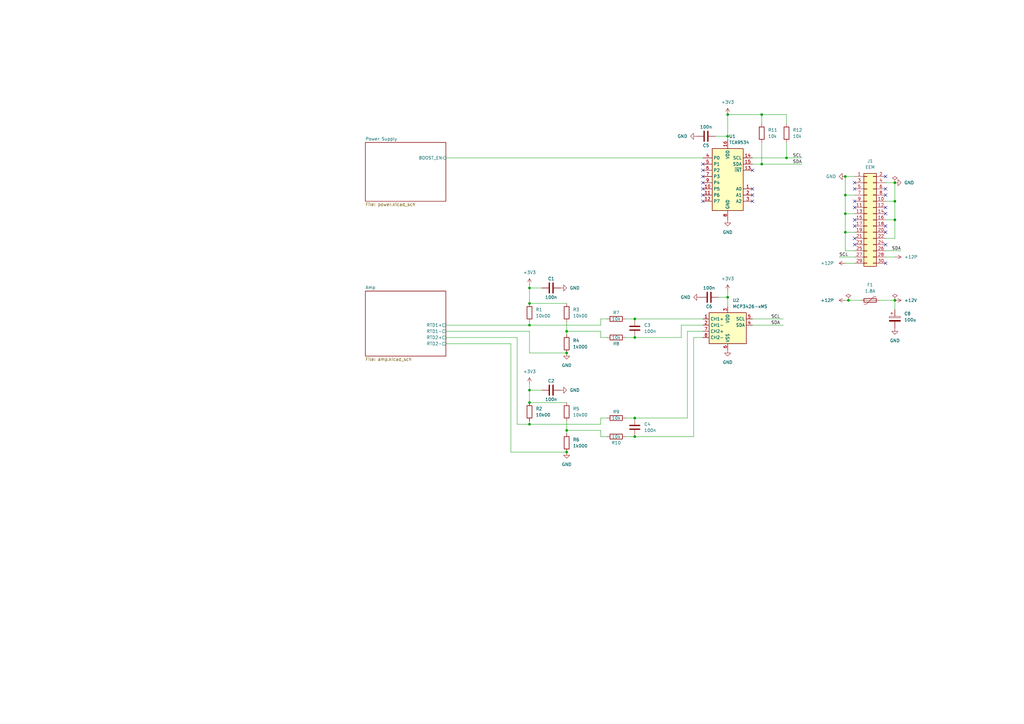
<source format=kicad_sch>
(kicad_sch (version 20211123) (generator eeschema)
  (paper "A3")
  (title_block (title "Usilitel") (date "2022-07-12") (rev "0.1") (company "M-Labs") (comment 1 "Wideband power amplifier") (comment 3 "a.k.a. topquark12") (comment 4 "Alex Wong Tat Hang"))
  (lib_symbols
    (symbol "Analog_ADC:MCP3426-xMS"
      (property "Reference" "U" (at -3.81 8.89 0))
      (property "Value" "MCP3426-xMS" (at 2.54 8.89 0))
      (symbol "MCP3426-xMS_0_1"
        (rectangle (start -7.62 7.62) (end 7.62 -5.08) (stroke (width 0.254)) (fill (type background)))
      )
      (symbol "MCP3426-xMS_1_1"
        (pin input line (at -10.16 5.08 0) (length 2.54) (name "CH1+") (number "1"))
        (pin input line (at -10.16 2.54 0) (length 2.54) (name "CH1-") (number "2"))
        (pin power_in line (at 0 10.16 270) (length 2.54) (name "VDD") (number "3"))
        (pin bidirectional line (at 10.16 2.54 180) (length 2.54) (name "SDA") (number "4"))
        (pin input line (at 10.16 5.08 180) (length 2.54) (name "SCL") (number "5"))
        (pin power_in line (at 0 -7.62 90) (length 2.54) (name "VSS") (number "6"))
        (pin input line (at -10.16 0 0) (length 2.54) (name "CH2+") (number "7"))
        (pin input line (at -10.16 -2.54 0) (length 2.54) (name "CH2-") (number "8"))
      )
    )
    (symbol "Connector_Generic:Conn_02x15_Odd_Even" (pin_names (offset 1.016) hide)
      (property "Reference" "J" (at 1.27 20.32 0))
      (property "Value" "Conn_02x15_Odd_Even" (at 1.27 -20.32 0))
      (symbol "Conn_02x15_Odd_Even_1_1"
        (rectangle (start -1.27 -17.653) (end 0 -17.907) (stroke (width 0.1524)))
        (rectangle (start -1.27 -15.113) (end 0 -15.367) (stroke (width 0.1524)))
        (rectangle (start -1.27 -12.573) (end 0 -12.827) (stroke (width 0.1524)))
        (rectangle (start -1.27 -10.033) (end 0 -10.287) (stroke (width 0.1524)))
        (rectangle (start -1.27 -7.493) (end 0 -7.747) (stroke (width 0.1524)))
        (rectangle (start -1.27 -4.953) (end 0 -5.207) (stroke (width 0.1524)))
        (rectangle (start -1.27 -2.413) (end 0 -2.667) (stroke (width 0.1524)))
        (rectangle (start -1.27 0.127) (end 0 -0.127) (stroke (width 0.1524)))
        (rectangle (start -1.27 2.667) (end 0 2.413) (stroke (width 0.1524)))
        (rectangle (start -1.27 5.207) (end 0 4.953) (stroke (width 0.1524)))
        (rectangle (start -1.27 7.747) (end 0 7.493) (stroke (width 0.1524)))
        (rectangle (start -1.27 10.287) (end 0 10.033) (stroke (width 0.1524)))
        (rectangle (start -1.27 12.827) (end 0 12.573) (stroke (width 0.1524)))
        (rectangle (start -1.27 15.367) (end 0 15.113) (stroke (width 0.1524)))
        (rectangle (start -1.27 17.907) (end 0 17.653) (stroke (width 0.1524)))
        (rectangle (start -1.27 19.05) (end 3.81 -19.05) (stroke (width 0.254)) (fill (type background)))
        (rectangle (start 3.81 -17.653) (end 2.54 -17.907) (stroke (width 0.1524)))
        (rectangle (start 3.81 -15.113) (end 2.54 -15.367) (stroke (width 0.1524)))
        (rectangle (start 3.81 -12.573) (end 2.54 -12.827) (stroke (width 0.1524)))
        (rectangle (start 3.81 -10.033) (end 2.54 -10.287) (stroke (width 0.1524)))
        (rectangle (start 3.81 -7.493) (end 2.54 -7.747) (stroke (width 0.1524)))
        (rectangle (start 3.81 -4.953) (end 2.54 -5.207) (stroke (width 0.1524)))
        (rectangle (start 3.81 -2.413) (end 2.54 -2.667) (stroke (width 0.1524)))
        (rectangle (start 3.81 0.127) (end 2.54 -0.127) (stroke (width 0.1524)))
        (rectangle (start 3.81 2.667) (end 2.54 2.413) (stroke (width 0.1524)))
        (rectangle (start 3.81 5.207) (end 2.54 4.953) (stroke (width 0.1524)))
        (rectangle (start 3.81 7.747) (end 2.54 7.493) (stroke (width 0.1524)))
        (rectangle (start 3.81 10.287) (end 2.54 10.033) (stroke (width 0.1524)))
        (rectangle (start 3.81 12.827) (end 2.54 12.573) (stroke (width 0.1524)))
        (rectangle (start 3.81 15.367) (end 2.54 15.113) (stroke (width 0.1524)))
        (rectangle (start 3.81 17.907) (end 2.54 17.653) (stroke (width 0.1524)))
        (pin passive line (at -5.08 17.78 0) (length 3.81) (name "Pin_1") (number "1"))
        (pin passive line (at 7.62 7.62 180) (length 3.81) (name "Pin_10") (number "10"))
        (pin passive line (at -5.08 5.08 0) (length 3.81) (name "Pin_11") (number "11"))
        (pin passive line (at 7.62 5.08 180) (length 3.81) (name "Pin_12") (number "12"))
        (pin passive line (at -5.08 2.54 0) (length 3.81) (name "Pin_13") (number "13"))
        (pin passive line (at 7.62 2.54 180) (length 3.81) (name "Pin_14") (number "14"))
        (pin passive line (at -5.08 0 0) (length 3.81) (name "Pin_15") (number "15"))
        (pin passive line (at 7.62 0 180) (length 3.81) (name "Pin_16") (number "16"))
        (pin passive line (at -5.08 -2.54 0) (length 3.81) (name "Pin_17") (number "17"))
        (pin passive line (at 7.62 -2.54 180) (length 3.81) (name "Pin_18") (number "18"))
        (pin passive line (at -5.08 -5.08 0) (length 3.81) (name "Pin_19") (number "19"))
        (pin passive line (at 7.62 17.78 180) (length 3.81) (name "Pin_2") (number "2"))
        (pin passive line (at 7.62 -5.08 180) (length 3.81) (name "Pin_20") (number "20"))
        (pin passive line (at -5.08 -7.62 0) (length 3.81) (name "Pin_21") (number "21"))
        (pin passive line (at 7.62 -7.62 180) (length 3.81) (name "Pin_22") (number "22"))
        (pin passive line (at -5.08 -10.16 0) (length 3.81) (name "Pin_23") (number "23"))
        (pin passive line (at 7.62 -10.16 180) (length 3.81) (name "Pin_24") (number "24"))
        (pin passive line (at -5.08 -12.7 0) (length 3.81) (name "Pin_25") (number "25"))
        (pin passive line (at 7.62 -12.7 180) (length 3.81) (name "Pin_26") (number "26"))
        (pin passive line (at -5.08 -15.24 0) (length 3.81) (name "Pin_27") (number "27"))
        (pin passive line (at 7.62 -15.24 180) (length 3.81) (name "Pin_28") (number "28"))
        (pin passive line (at -5.08 -17.78 0) (length 3.81) (name "Pin_29") (number "29"))
        (pin passive line (at -5.08 15.24 0) (length 3.81) (name "Pin_3") (number "3"))
        (pin passive line (at 7.62 -17.78 180) (length 3.81) (name "Pin_30") (number "30"))
        (pin passive line (at 7.62 15.24 180) (length 3.81) (name "Pin_4") (number "4"))
        (pin passive line (at -5.08 12.7 0) (length 3.81) (name "Pin_5") (number "5"))
        (pin passive line (at 7.62 12.7 180) (length 3.81) (name "Pin_6") (number "6"))
        (pin passive line (at -5.08 10.16 0) (length 3.81) (name "Pin_7") (number "7"))
        (pin passive line (at 7.62 10.16 180) (length 3.81) (name "Pin_8") (number "8"))
        (pin passive line (at -5.08 7.62 0) (length 3.81) (name "Pin_9") (number "9"))
      )
    )
    (symbol "Device:C" (pin_numbers hide) (pin_names (offset 0.254))
      (property "Reference" "C" (at 0.635 2.54 0))
      (property "Value" "C" (at 0.635 -2.54 0))
      (symbol "C_0_1"
        (polyline (pts (xy -2.032 -0.762) (xy 2.032 -0.762)) (stroke (width 0.508)))
        (polyline (pts (xy -2.032 0.762) (xy 2.032 0.762)) (stroke (width 0.508)))
      )
      (symbol "C_1_1"
        (pin passive line (at 0 3.81 270) (length 2.794) (name "~") (number "1"))
        (pin passive line (at 0 -3.81 90) (length 2.794) (name "~") (number "2"))
      )
    )
    (symbol "Device:C_Polarized" (pin_numbers hide) (pin_names (offset 0.254))
      (property "Reference" "C" (at 0.635 2.54 0))
      (property "Value" "C_Polarized" (at 0.635 -2.54 0))
      (symbol "C_Polarized_0_1"
        (rectangle (start -2.286 0.508) (end 2.286 1.016))
        (polyline (pts (xy -1.778 2.286) (xy -0.762 2.286)))
        (polyline (pts (xy -1.27 2.794) (xy -1.27 1.778)))
        (rectangle (start 2.286 -0.508) (end -2.286 -1.016) (fill (type outline)))
      )
      (symbol "C_Polarized_1_1"
        (pin passive line (at 0 3.81 270) (length 2.794) (name "~") (number "1"))
        (pin passive line (at 0 -3.81 90) (length 2.794) (name "~") (number "2"))
      )
    )
    (symbol "Device:Polyfuse" (pin_numbers hide) (pin_names (offset 0))
      (property "Reference" "F" (at -2.54 0 90))
      (property "Value" "Polyfuse" (at 2.54 0 90))
      (symbol "Polyfuse_0_1"
        (rectangle (start -0.762 2.54) (end 0.762 -2.54) (stroke (width 0.254)))
        (polyline (pts (xy 0 2.54) (xy 0 -2.54)))
        (polyline (pts (xy -1.524 2.54) (xy -1.524 1.524) (xy 1.524 -1.524) (xy 1.524 -2.54)))
      )
      (symbol "Polyfuse_1_1"
        (pin passive line (at 0 3.81 270) (length 1.27) (name "~") (number "1"))
        (pin passive line (at 0 -3.81 90) (length 1.27) (name "~") (number "2"))
      )
    )
    (symbol "Device:R" (pin_numbers hide) (pin_names (offset 0))
      (property "Reference" "R" (at 2.032 0 90))
      (property "Value" "R" (at 0 0 90))
      (symbol "R_0_1"
        (rectangle (start -1.016 -2.54) (end 1.016 2.54) (stroke (width 0.254)))
      )
      (symbol "R_1_1"
        (pin passive line (at 0 3.81 270) (length 1.27) (name "~") (number "1"))
        (pin passive line (at 0 -3.81 90) (length 1.27) (name "~") (number "2"))
      )
    )
    (symbol "Interface_Expansion:TCA9534"
      (property "Reference" "U" (at -6.35 12.7 0))
      (property "Value" "TCA9534" (at 2.54 12.7 0))
      (symbol "TCA9534_0_1"
        (rectangle (start -6.35 -13.97) (end 6.35 11.43) (stroke (width 0.254)) (fill (type background)))
      )
      (symbol "TCA9534_1_1"
        (pin input line (at -10.16 -5.08 0) (length 3.81) (name "A0") (number "1"))
        (pin bidirectional line (at 10.16 -5.08 180) (length 3.81) (name "P5") (number "10"))
        (pin bidirectional line (at 10.16 -7.62 180) (length 3.81) (name "P6") (number "11"))
        (pin bidirectional line (at 10.16 -10.16 180) (length 3.81) (name "P7") (number "12"))
        (pin open_collector line (at -10.16 2.54 0) (length 3.81) (name "~{INT}") (number "13"))
        (pin input line (at -10.16 7.62 0) (length 3.81) (name "SCL") (number "14"))
        (pin bidirectional line (at -10.16 5.08 0) (length 3.81) (name "SDA") (number "15"))
        (pin power_in line (at 0 15.24 270) (length 3.81) (name "VDD") (number "16"))
        (pin input line (at -10.16 -7.62 0) (length 3.81) (name "A1") (number "2"))
        (pin input line (at -10.16 -10.16 0) (length 3.81) (name "A2") (number "3"))
        (pin bidirectional line (at 10.16 7.62 180) (length 3.81) (name "P0") (number "4"))
        (pin bidirectional line (at 10.16 5.08 180) (length 3.81) (name "P1") (number "5"))
        (pin bidirectional line (at 10.16 2.54 180) (length 3.81) (name "P2") (number "6"))
        (pin bidirectional line (at 10.16 0 180) (length 3.81) (name "P3") (number "7"))
        (pin power_in line (at 0 -17.78 90) (length 3.81) (name "GND") (number "8"))
        (pin bidirectional line (at 10.16 -2.54 180) (length 3.81) (name "P4") (number "9"))
      )
    )
    (symbol "power:+12P" (power) (pin_names (offset 0))
      (property "Value" "+12P" (at 0 3.556 0))
      (symbol "+12P_0_1"
        (polyline (pts (xy -0.762 1.27) (xy 0 2.54)))
        (polyline (pts (xy 0 0) (xy 0 2.54)))
        (polyline (pts (xy 0 2.54) (xy 0.762 1.27)))
      )
      (symbol "+12P_1_1"
        (pin power_in line (at 0 0 90) (length 0) hide (name "+12P") (number "1"))
      )
    )
    (symbol "power:+12V" (power) (pin_names (offset 0))
      (property "Value" "+12V" (at 0 3.556 0))
      (symbol "+12V_0_1"
        (polyline (pts (xy -0.762 1.27) (xy 0 2.54)))
        (polyline (pts (xy 0 0) (xy 0 2.54)))
        (polyline (pts (xy 0 2.54) (xy 0.762 1.27)))
      )
      (symbol "+12V_1_1"
        (pin power_in line (at 0 0 90) (length 0) hide (name "+12V") (number "1"))
      )
    )
    (symbol "power:+3V3" (power) (pin_names (offset 0))
      (property "Value" "+3V3" (at 0 3.556 0))
      (symbol "+3V3_0_1"
        (polyline (pts (xy -0.762 1.27) (xy 0 2.54)))
        (polyline (pts (xy 0 0) (xy 0 2.54)))
        (polyline (pts (xy 0 2.54) (xy 0.762 1.27)))
      )
      (symbol "+3V3_1_1"
        (pin power_in line (at 0 0 90) (length 0) hide (name "+3V3") (number "1"))
      )
    )
    (symbol "power:GND" (power) (pin_names (offset 0))
      (property "Value" "GND" (at 0 -3.81 0))
      (symbol "GND_0_1"
        (polyline (pts (xy 0 0) (xy 0 -1.27) (xy 1.27 -1.27) (xy 0 -2.54) (xy -1.27 -1.27) (xy 0 -1.27)))
      )
      (symbol "GND_1_1"
        (pin power_in line (at 0 0 270) (length 0) hide (name "GND") (number "1"))
      )
    )
    (symbol "power:PWR_FLAG" (power) (pin_numbers hide) (pin_names (offset 0) hide)
      (property "Value" "PWR_FLAG" (at 0 3.81 0))
      (symbol "PWR_FLAG_0_0"
        (pin power_out line (at 0 0 90) (length 0) (name "pwr") (number "1"))
      )
      (symbol "PWR_FLAG_0_1"
        (polyline (pts (xy 0 0) (xy 0 1.27) (xy -1.016 1.905) (xy 0 2.54) (xy 1.016 1.905) (xy 0 1.27)))
      )
    )
  )
  (junction (at 217.17 118.11))
  (junction (at 217.17 133.35))
  (junction (at 298.45 46.99))
  (junction (at 322.58 64.77))
  (junction (at 260.35 130.81))
  (junction (at 260.35 171.45))
  (junction (at 367.03 74.93))
  (junction (at 346.71 87.63))
  (junction (at 298.45 55.88))
  (junction (at 346.71 95.25))
  (junction (at 347.98 123.19))
  (junction (at 217.17 173.99))
  (junction (at 312.42 67.31))
  (junction (at 232.41 144.78))
  (junction (at 217.17 160.02))
  (junction (at 232.41 135.89))
  (junction (at 346.71 80.01))
  (junction (at 217.17 165.1))
  (junction (at 312.42 46.99))
  (junction (at 232.41 176.53))
  (junction (at 367.03 123.19))
  (junction (at 232.41 185.42))
  (junction (at 367.03 82.55))
  (junction (at 217.17 124.46))
  (junction (at 260.35 179.07))
  (junction (at 260.35 138.43))
  (junction (at 298.45 121.92))
  (junction (at 346.71 72.39))
  (junction (at 367.03 90.17))
  (no_connect (at 363.22 80.01))
  (no_connect (at 350.52 82.55))
  (no_connect (at 350.52 90.17))
  (no_connect (at 350.52 92.71))
  (no_connect (at 350.52 97.79))
  (no_connect (at 350.52 100.33))
  (no_connect (at 350.52 74.93))
  (no_connect (at 350.52 77.47))
  (no_connect (at 363.22 72.39))
  (no_connect (at 363.22 77.47))
  (no_connect (at 350.52 85.09))
  (no_connect (at 363.22 87.63))
  (no_connect (at 363.22 85.09))
  (no_connect (at 363.22 95.25))
  (no_connect (at 363.22 92.71))
  (no_connect (at 363.22 100.33))
  (no_connect (at 308.61 77.47))
  (no_connect (at 308.61 80.01))
  (no_connect (at 308.61 82.55))
  (no_connect (at 308.61 69.85))
  (no_connect (at 288.29 74.93))
  (no_connect (at 288.29 77.47))
  (no_connect (at 288.29 80.01))
  (no_connect (at 288.29 82.55))
  (no_connect (at 363.22 107.95))
  (no_connect (at 288.29 72.39))
  (no_connect (at 288.29 69.85))
  (no_connect (at 288.29 67.31))
  (wire (pts (xy 363.22 90.17) (xy 367.03 90.17)))
  (wire (pts (xy 312.42 58.42) (xy 312.42 67.31)))
  (wire (pts (xy 293.37 55.88) (xy 298.45 55.88)))
  (wire (pts (xy 312.42 67.31) (xy 328.93 67.31)))
  (wire (pts (xy 246.38 133.35) (xy 217.17 133.35)))
  (wire (pts (xy 217.17 160.02) (xy 222.25 160.02)))
  (wire (pts (xy 246.38 138.43) (xy 248.92 138.43)))
  (wire (pts (xy 217.17 157.48) (xy 217.17 160.02)))
  (wire (pts (xy 217.17 118.11) (xy 222.25 118.11)))
  (wire (pts (xy 217.17 135.89) (xy 217.17 144.78)))
  (wire (pts (xy 346.71 107.95) (xy 350.52 107.95)))
  (wire (pts (xy 308.61 130.81) (xy 321.31 130.81)))
  (wire (pts (xy 246.38 171.45) (xy 248.92 171.45)))
  (wire (pts (xy 279.4 138.43) (xy 279.4 133.35)))
  (wire (pts (xy 298.45 55.88) (xy 298.45 57.15)))
  (wire (pts (xy 212.09 138.43) (xy 212.09 173.99)))
  (wire (pts (xy 246.38 179.07) (xy 248.92 179.07)))
  (wire (pts (xy 346.71 72.39) (xy 350.52 72.39)))
  (wire (pts (xy 246.38 135.89) (xy 246.38 138.43)))
  (wire (pts (xy 246.38 171.45) (xy 246.38 173.99)))
  (wire (pts (xy 217.17 133.35) (xy 217.17 132.08)))
  (wire (pts (xy 246.38 176.53) (xy 246.38 179.07)))
  (wire (pts (xy 260.35 171.45) (xy 281.94 171.45)))
  (wire (pts (xy 346.71 80.01) (xy 346.71 72.39)))
  (wire (pts (xy 312.42 46.99) (xy 322.58 46.99)))
  (wire (pts (xy 347.98 123.19) (xy 353.06 123.19)))
  (wire (pts (xy 298.45 121.92) (xy 298.45 125.73)))
  (wire (pts (xy 182.88 138.43) (xy 212.09 138.43)))
  (wire (pts (xy 260.35 138.43) (xy 279.4 138.43)))
  (wire (pts (xy 232.41 135.89) (xy 246.38 135.89)))
  (wire (pts (xy 346.71 102.87) (xy 346.71 95.25)))
  (wire (pts (xy 350.52 102.87) (xy 346.71 102.87)))
  (wire (pts (xy 256.54 171.45) (xy 260.35 171.45)))
  (wire (pts (xy 346.71 87.63) (xy 346.71 80.01)))
  (wire (pts (xy 256.54 179.07) (xy 260.35 179.07)))
  (wire (pts (xy 217.17 173.99) (xy 217.17 172.72)))
  (wire (pts (xy 212.09 173.99) (xy 217.17 173.99)))
  (wire (pts (xy 279.4 133.35) (xy 288.29 133.35)))
  (wire (pts (xy 346.71 95.25) (xy 346.71 87.63)))
  (wire (pts (xy 298.45 46.99) (xy 312.42 46.99)))
  (wire (pts (xy 284.48 138.43) (xy 288.29 138.43)))
  (wire (pts (xy 363.22 82.55) (xy 367.03 82.55)))
  (wire (pts (xy 308.61 64.77) (xy 322.58 64.77)))
  (wire (pts (xy 298.45 46.99) (xy 298.45 55.88)))
  (wire (pts (xy 256.54 138.43) (xy 260.35 138.43)))
  (wire (pts (xy 246.38 130.81) (xy 248.92 130.81)))
  (wire (pts (xy 350.52 95.25) (xy 346.71 95.25)))
  (wire (pts (xy 367.03 82.55) (xy 367.03 74.93)))
  (wire (pts (xy 322.58 64.77) (xy 328.93 64.77)))
  (wire (pts (xy 182.88 133.35) (xy 217.17 133.35)))
  (wire (pts (xy 360.68 123.19) (xy 367.03 123.19)))
  (wire (pts (xy 308.61 133.35) (xy 321.31 133.35)))
  (wire (pts (xy 232.41 176.53) (xy 246.38 176.53)))
  (wire (pts (xy 308.61 67.31) (xy 312.42 67.31)))
  (wire (pts (xy 182.88 140.97) (xy 209.55 140.97)))
  (wire (pts (xy 217.17 165.1) (xy 232.41 165.1)))
  (wire (pts (xy 281.94 171.45) (xy 281.94 135.89)))
  (wire (pts (xy 281.94 135.89) (xy 288.29 135.89)))
  (wire (pts (xy 256.54 130.81) (xy 260.35 130.81)))
  (wire (pts (xy 298.45 119.38) (xy 298.45 121.92)))
  (wire (pts (xy 217.17 118.11) (xy 217.17 124.46)))
  (wire (pts (xy 232.41 135.89) (xy 232.41 137.16)))
  (wire (pts (xy 363.22 74.93) (xy 367.03 74.93)))
  (wire (pts (xy 246.38 130.81) (xy 246.38 133.35)))
  (wire (pts (xy 350.52 80.01) (xy 346.71 80.01)))
  (wire (pts (xy 363.22 97.79) (xy 367.03 97.79)))
  (wire (pts (xy 209.55 185.42) (xy 232.41 185.42)))
  (wire (pts (xy 260.35 179.07) (xy 284.48 179.07)))
  (wire (pts (xy 260.35 130.81) (xy 288.29 130.81)))
  (wire (pts (xy 312.42 46.99) (xy 312.42 50.8)))
  (wire (pts (xy 294.64 121.92) (xy 298.45 121.92)))
  (wire (pts (xy 246.38 173.99) (xy 217.17 173.99)))
  (wire (pts (xy 344.17 105.41) (xy 350.52 105.41)))
  (wire (pts (xy 232.41 172.72) (xy 232.41 176.53)))
  (wire (pts (xy 363.22 102.87) (xy 369.57 102.87)))
  (wire (pts (xy 217.17 160.02) (xy 217.17 165.1)))
  (wire (pts (xy 350.52 87.63) (xy 346.71 87.63)))
  (wire (pts (xy 322.58 58.42) (xy 322.58 64.77)))
  (wire (pts (xy 363.22 105.41) (xy 367.03 105.41)))
  (wire (pts (xy 209.55 140.97) (xy 209.55 185.42)))
  (wire (pts (xy 182.88 135.89) (xy 217.17 135.89)))
  (wire (pts (xy 284.48 179.07) (xy 284.48 138.43)))
  (wire (pts (xy 232.41 132.08) (xy 232.41 135.89)))
  (wire (pts (xy 182.88 64.77) (xy 288.29 64.77)))
  (wire (pts (xy 367.03 97.79) (xy 367.03 90.17)))
  (wire (pts (xy 367.03 90.17) (xy 367.03 82.55)))
  (wire (pts (xy 232.41 176.53) (xy 232.41 177.8)))
  (wire (pts (xy 217.17 124.46) (xy 232.41 124.46)))
  (wire (pts (xy 367.03 123.19) (xy 367.03 127)))
  (wire (pts (xy 217.17 144.78) (xy 232.41 144.78)))
  (wire (pts (xy 322.58 46.99) (xy 322.58 50.8)))
  (wire (pts (xy 346.71 123.19) (xy 347.98 123.19)))
  (wire (pts (xy 217.17 116.84) (xy 217.17 118.11)))
  (label "SDA" (at 316.23 133.35 0))
  (label "SDA" (at 365.76 102.87 0))
  (label "SCL" (at 325.12 64.77 0))
  (label "SCL" (at 344.17 105.41 0))
  (label "SDA" (at 325.12 67.31 0))
  (label "SCL" (at 316.23 130.81 0))
  (symbol (lib_id "Device:C") (at 289.56 55.88 90) (unit 1)
    (property "Reference" "C5" (at 289.56 59.69 90))
    (property "Value" "100n" (at 289.56 52.07 90))
    (property "Footprint" "Capacitor_SMD:C_0603_1608Metric" (effects hide))
    (property "MFR_PN" "CL10B104KB8NNNL" (effects hide))
    (property "MFR_PN_ALT" "CL10B104KB8NNWC" (effects hide))
  )
  (symbol (lib_id "power:GND") (at 287.02 121.92 270) (unit 1)
    (property "Reference" "#PWR08" (effects hide))
    (property "Value" "GND" (at 283.21 121.9199 90) (effects (justify right)))
  )
  (symbol (lib_id "power:+12P") (at 367.03 105.41 270) (unit 1)
    (property "Reference" "#PWR020" (effects hide))
    (property "Value" "+12P" (at 370.84 105.4099 90) (effects (justify left)))
  )
  (symbol (lib_id "Connector_Generic:Conn_02x15_Odd_Even") (at 355.6 90.17 0) (unit 1)
    (property "Reference" "J1" (at 356.87 66.04 0))
    (property "Value" "EEM" (at 356.87 68.58 0))
    (property "Footprint" "Connector_IDC:IDC-Header_2x15_P2.54mm_Vertical" (effects hide))
    (property "MFR_PN" "N2530-6V0C-RB-WF" (effects hide))
    (property "MFR_PN_ALT" "N2530-6002-RB" (effects hide))
  )
  (symbol (lib_id "power:PWR_FLAG") (at 367.03 74.93 0) (unit 1)
    (property "Reference" "#FLG0102" (effects hide))
    (property "Value" "PWR_FLAG" (effects hide))
  )
  (symbol (lib_id "Device:Polyfuse") (at 356.87 123.19 90) (unit 1)
    (property "Reference" "F1" (at 356.87 116.84 90))
    (property "Value" "1.8A" (at 356.87 119.38 90))
    (property "Footprint" "Fuse:Fuse_Bourns_MF-SM_9.5x6.71mm" (effects hide))
    (property "MFR_PN" "MF-SM185/33-2" (effects hide))
    (property "MFR_PN_ALT" "SMD185F-2" (effects hide))
  )
  (symbol (lib_id "Device:R") (at 252.73 138.43 90) (unit 1)
    (property "Reference" "R8" (at 252.73 140.97 90))
    (property "Value" "10k" (at 252.73 138.43 90))
    (property "Footprint" "Resistor_SMD:R_0603_1608Metric" (effects hide))
    (property "MFR_PN" "RNCP0603FTD10K0" (effects hide))
    (property "MFR_PN_ALT" "MCT06030C1002FP500" (effects hide))
  )
  (symbol (lib_id "Device:C") (at 226.06 118.11 270) (unit 1)
    (property "Reference" "C1" (at 226.06 114.3 90))
    (property "Value" "100n" (at 226.06 121.92 90))
    (property "Footprint" "Capacitor_SMD:C_0603_1608Metric" (effects hide))
    (property "MFR_PN" "CL10B104KB8NNNL" (effects hide))
    (property "MFR_PN_ALT" "CL10B104KB8NNWC" (effects hide))
  )
  (symbol (lib_id "power:GND") (at 367.03 134.62 0) (unit 1)
    (property "Reference" "#PWR022" (effects hide))
    (property "Value" "GND" (at 367.03 139.7 0))
  )
  (symbol (lib_id "power:PWR_FLAG") (at 347.98 123.19 0) (unit 1)
    (property "Reference" "#FLG0103" (effects hide))
    (property "Value" "PWR_FLAG" (effects hide))
  )
  (symbol (lib_id "power:+3V3") (at 217.17 116.84 0) (unit 1)
    (property "Reference" "#PWR01" (effects hide))
    (property "Value" "+3V3" (at 217.17 111.76 0))
  )
  (symbol (lib_id "power:GND") (at 298.45 90.17 0) (unit 1)
    (property "Reference" "#PWR010" (effects hide))
    (property "Value" "GND" (at 298.45 95.25 0))
  )
  (symbol (lib_id "Device:C_Polarized") (at 367.03 130.81 0) (unit 1)
    (property "Reference" "C8" (at 370.84 128.6509 0) (effects (justify left)))
    (property "Value" "100u" (at 370.84 131.1909 0) (effects (justify left)))
    (property "Footprint" "Capacitor_Tantalum_SMD:CP_EIA-7343-30_AVX-N" (effects hide))
    (property "MFR_PN" "TCJD107M025R0055" (effects hide))
    (property "MFR_PN_ALT" "TCJD107M025R0055E" (effects hide))
  )
  (symbol (lib_id "power:PWR_FLAG") (at 367.03 123.19 0) (unit 1)
    (property "Reference" "#FLG0101" (effects hide))
    (property "Value" "PWR_FLAG" (effects hide))
  )
  (symbol (lib_id "Device:C") (at 260.35 175.26 0) (unit 1)
    (property "Reference" "C4" (at 264.16 173.9899 0) (effects (justify left)))
    (property "Value" "100n" (at 264.16 176.5299 0) (effects (justify left)))
    (property "Footprint" "Capacitor_SMD:C_0603_1608Metric" (effects hide))
    (property "MFR_PN" "CL10B104KB8NNNL" (effects hide))
    (property "MFR_PN_ALT" "CL10B104KB8NNWC" (effects hide))
  )
  (symbol (lib_id "power:GND") (at 229.87 160.02 90) (unit 1)
    (property "Reference" "#PWR04" (effects hide))
    (property "Value" "GND" (at 233.68 160.0201 90) (effects (justify right)))
  )
  (symbol (lib_id "power:+12P") (at 346.71 123.19 90) (unit 1)
    (property "Reference" "#PWR016" (effects hide))
    (property "Value" "+12P" (at 336.55 123.19 90) (effects (justify right)))
  )
  (symbol (lib_id "Device:R") (at 252.73 171.45 90) (unit 1)
    (property "Reference" "R9" (at 252.73 168.91 90))
    (property "Value" "10k" (at 252.73 171.45 90))
    (property "Footprint" "Resistor_SMD:R_0603_1608Metric" (effects hide))
    (property "MFR_PN" "RNCP0603FTD10K0" (effects hide))
    (property "MFR_PN_ALT" "MCT06030C1002FP500" (effects hide))
  )
  (symbol (lib_id "Interface_Expansion:TCA9534") (at 298.45 72.39 0) (mirror y) (unit 1)
    (property "Reference" "U1" (at 298.9706 55.88 0) (effects (justify right)))
    (property "Value" "TCA9534" (at 298.9706 58.42 0) (effects (justify right)))
    (property "Footprint" "Package_SO:SOIC-16W_7.5x10.3mm_P1.27mm" (effects hide))
    (property "Datasheet" "http://www.ti.com/lit/ds/symlink/tca9534.pdf" (effects hide))
    (property "MFR_PN" "TCA9534DWT" (effects hide))
    (property "MFR_PN_ALT" "TCA9534DWR" (effects hide))
  )
  (symbol (lib_id "Device:R") (at 312.42 54.61 0) (unit 1)
    (property "Reference" "R11" (at 314.96 53.3399 0) (effects (justify left)))
    (property "Value" "10k" (at 314.96 55.8799 0) (effects (justify left)))
    (property "Footprint" "Resistor_SMD:R_0603_1608Metric" (effects hide))
    (property "MFR_PN" "RNCP0603FTD10K0" (effects hide))
    (property "MFR_PN_ALT" "MCT06030C1002FP500" (effects hide))
  )
  (symbol (lib_id "Device:R") (at 217.17 128.27 0) (unit 1)
    (property "Reference" "R1" (at 219.71 126.9999 0) (effects (justify left)))
    (property "Value" "10k00" (at 219.71 129.5399 0) (effects (justify left)))
    (property "Footprint" "Resistor_SMD:R_0603_1608Metric" (effects hide))
    (property "MFR_PN" "CRT0603-BY-1002ELF" (effects hide))
    (property "MFR_PN_ALT" "RN73H1JTTD1002B25" (effects hide))
  )
  (symbol (lib_id "Device:R") (at 232.41 181.61 0) (unit 1)
    (property "Reference" "R6" (at 234.95 180.3399 0) (effects (justify left)))
    (property "Value" "1k000" (at 234.95 182.8799 0) (effects (justify left)))
    (property "Footprint" "Resistor_SMD:R_0603_1608Metric" (effects hide))
    (property "MFR_PN" "RT0603BRD071KL" (effects hide))
    (property "MFR_PN_ALT" "TNPW06031K00BEEA" (effects hide))
  )
  (symbol (lib_id "Device:R") (at 232.41 128.27 0) (unit 1)
    (property "Reference" "R3" (at 234.95 126.9999 0) (effects (justify left)))
    (property "Value" "10k00" (at 234.95 129.5399 0) (effects (justify left)))
    (property "Footprint" "Resistor_SMD:R_0603_1608Metric" (effects hide))
    (property "MFR_PN" "CRT0603-BY-1002ELF" (effects hide))
    (property "MFR_PN_ALT" "RN73H1JTTD1002B25" (effects hide))
  )
  (symbol (lib_id "power:+3V3") (at 298.45 46.99 0) (unit 1)
    (property "Reference" "#PWR09" (effects hide))
    (property "Value" "+3V3" (at 298.45 41.91 0))
  )
  (symbol (lib_id "power:GND") (at 229.87 118.11 90) (unit 1)
    (property "Reference" "#PWR03" (effects hide))
    (property "Value" "GND" (at 233.68 118.1101 90) (effects (justify right)))
  )
  (symbol (lib_id "Device:C") (at 226.06 160.02 270) (unit 1)
    (property "Reference" "C2" (at 226.06 156.21 90))
    (property "Value" "100n" (at 226.06 163.83 90))
    (property "Footprint" "Capacitor_SMD:C_0603_1608Metric" (effects hide))
    (property "MFR_PN" "CL10B104KB8NNNL" (effects hide))
    (property "MFR_PN_ALT" "CL10B104KB8NNWC" (effects hide))
  )
  (symbol (lib_id "power:GND") (at 232.41 144.78 0) (unit 1)
    (property "Reference" "#PWR05" (effects hide))
    (property "Value" "GND" (at 232.41 149.86 0))
  )
  (symbol (lib_id "Device:R") (at 232.41 140.97 0) (unit 1)
    (property "Reference" "R4" (at 234.95 139.6999 0) (effects (justify left)))
    (property "Value" "1k000" (at 234.95 142.2399 0) (effects (justify left)))
    (property "Footprint" "Resistor_SMD:R_0603_1608Metric" (effects hide))
    (property "MFR_PN" "RT0603BRD071KL" (effects hide))
    (property "MFR_PN_ALT" "TNPW06031K00BEEA" (effects hide))
  )
  (symbol (lib_id "power:GND") (at 367.03 74.93 90) (unit 1)
    (property "Reference" "#PWR019" (effects hide))
    (property "Value" "GND" (at 370.84 74.9299 90) (effects (justify right)))
  )
  (symbol (lib_id "power:GND") (at 298.45 143.51 0) (unit 1)
    (property "Reference" "#PWR012" (effects hide))
    (property "Value" "GND" (at 298.45 148.59 0))
  )
  (symbol (lib_id "power:+3V3") (at 217.17 157.48 0) (unit 1)
    (property "Reference" "#PWR02" (effects hide))
    (property "Value" "+3V3" (at 217.17 152.4 0))
  )
  (symbol (lib_id "power:GND") (at 232.41 185.42 0) (unit 1)
    (property "Reference" "#PWR06" (effects hide))
    (property "Value" "GND" (at 232.41 190.5 0))
  )
  (symbol (lib_id "Device:R") (at 232.41 168.91 0) (unit 1)
    (property "Reference" "R5" (at 234.95 167.6399 0) (effects (justify left)))
    (property "Value" "10k00" (at 234.95 170.1799 0) (effects (justify left)))
    (property "Footprint" "Resistor_SMD:R_0603_1608Metric" (effects hide))
    (property "MFR_PN" "CRT0603-BY-1002ELF" (effects hide))
    (property "MFR_PN_ALT" "RN73H1JTTD1002B25" (effects hide))
  )
  (symbol (lib_id "Device:R") (at 322.58 54.61 0) (unit 1)
    (property "Reference" "R12" (at 325.12 53.3399 0) (effects (justify left)))
    (property "Value" "10k" (at 325.12 55.8799 0) (effects (justify left)))
    (property "Footprint" "Resistor_SMD:R_0603_1608Metric" (effects hide))
    (property "MFR_PN" "RNCP0603FTD10K0" (effects hide))
    (property "MFR_PN_ALT" "MCT06030C1002FP500" (effects hide))
  )
  (symbol (lib_id "power:+12V") (at 367.03 123.19 270) (unit 1)
    (property "Reference" "#PWR021" (effects hide))
    (property "Value" "+12V" (at 370.84 123.1899 90) (effects (justify left)))
  )
  (symbol (lib_id "Device:C") (at 260.35 134.62 0) (unit 1)
    (property "Reference" "C3" (at 264.16 133.3499 0) (effects (justify left)))
    (property "Value" "100n" (at 264.16 135.8899 0) (effects (justify left)))
    (property "Footprint" "Capacitor_SMD:C_0603_1608Metric" (effects hide))
    (property "MFR_PN" "CL10B104KB8NNNL" (effects hide))
    (property "MFR_PN_ALT" "CL10B104KB8NNWC" (effects hide))
  )
  (symbol (lib_id "Analog_ADC:MCP3426-xMS") (at 298.45 135.89 0) (unit 1)
    (property "Reference" "U2" (at 300.4694 123.19 0) (effects (justify left)))
    (property "Value" "MCP3426-xMS" (at 300.4694 125.73 0) (effects (justify left)))
    (property "Footprint" "Package_SO:MSOP-8_3x3mm_P0.65mm" (effects hide))
    (property "Datasheet" "http://ww1.microchip.com/downloads/en/DeviceDoc/22226a.pdf" (effects hide))
    (property "MFR_PN" "MCP3426A0T-E/MS" (effects hide))
    (property "MFR_PN_ALT" "MCP3426A0-E/MS" (effects hide))
  )
  (symbol (lib_id "Device:C") (at 290.83 121.92 90) (unit 1)
    (property "Reference" "C6" (at 290.83 125.73 90))
    (property "Value" "100n" (at 290.83 118.11 90))
    (property "Footprint" "Capacitor_SMD:C_0603_1608Metric" (effects hide))
    (property "MFR_PN" "CL10B104KB8NNNL" (effects hide))
    (property "MFR_PN_ALT" "CL10B104KB8NNWC" (effects hide))
  )
  (symbol (lib_id "Device:R") (at 252.73 179.07 90) (unit 1)
    (property "Reference" "R10" (at 252.73 181.61 90))
    (property "Value" "10k" (at 252.73 179.07 90))
    (property "Footprint" "Resistor_SMD:R_0603_1608Metric" (effects hide))
    (property "MFR_PN" "RNCP0603FTD10K0" (effects hide))
    (property "MFR_PN_ALT" "MCT06030C1002FP500" (effects hide))
  )
  (symbol (lib_id "power:GND") (at 285.75 55.88 270) (unit 1)
    (property "Reference" "#PWR07" (effects hide))
    (property "Value" "GND" (at 281.94 55.8799 90) (effects (justify right)))
  )
  (symbol (lib_id "Device:R") (at 252.73 130.81 90) (unit 1)
    (property "Reference" "R7" (at 252.73 128.27 90))
    (property "Value" "10k" (at 252.73 130.81 90))
    (property "Footprint" "Resistor_SMD:R_0603_1608Metric" (effects hide))
    (property "MFR_PN" "RNCP0603FTD10K0" (effects hide))
    (property "MFR_PN_ALT" "MCT06030C1002FP500" (effects hide))
  )
  (symbol (lib_id "power:+12P") (at 346.71 107.95 90) (unit 1)
    (property "Reference" "#PWR015" (effects hide))
    (property "Value" "+12P" (at 336.55 107.95 90) (effects (justify right)))
  )
  (symbol (lib_id "power:GND") (at 346.71 72.39 270) (unit 1)
    (property "Reference" "#PWR014" (effects hide))
    (property "Value" "GND" (at 342.9 72.3899 90) (effects (justify right)))
  )
  (symbol (lib_id "Device:R") (at 217.17 168.91 0) (unit 1)
    (property "Reference" "R2" (at 219.71 167.6399 0) (effects (justify left)))
    (property "Value" "10k00" (at 219.71 170.1799 0) (effects (justify left)))
    (property "Footprint" "Resistor_SMD:R_0603_1608Metric" (effects hide))
    (property "MFR_PN" "CRT0603-BY-1002ELF" (effects hide))
    (property "MFR_PN_ALT" "RN73H1JTTD1002B25" (effects hide))
  )
  (symbol (lib_id "power:+3V3") (at 298.45 119.38 0) (unit 1)
    (property "Reference" "#PWR011" (effects hide))
    (property "Value" "+3V3" (at 298.45 114.3 0))
  )
  (sheet (at 149.86 119.38) (size 33.02 26.67) (stroke (width 0.1524))
    (property "Sheet name" "Amp" (at 149.86 118.6684 0) (effects (justify left bottom)))
    (property "Sheet file" "amp.kicad_sch" (at 149.86 146.6346 0) (effects (justify left top)))
    (pin "RTD2+" passive (at 182.88 138.43 0))
    (pin "RTD2-" passive (at 182.88 140.97 0))
    (pin "RTD1+" passive (at 182.88 133.35 0))
    (pin "RTD1-" passive (at 182.88 135.89 0))
  )
  (sheet (at 149.86 58.42) (size 33.02 24.13) (stroke (width 0.1524))
    (property "Sheet name" "Power Supply" (at 149.86 57.7084 0) (effects (justify left bottom)))
    (property "Sheet file" "power.kicad_sch" (at 149.86 83.1346 0) (effects (justify left top)))
    (pin "BOOST_EN" input (at 182.88 64.77 0))
  )
)
</source>
